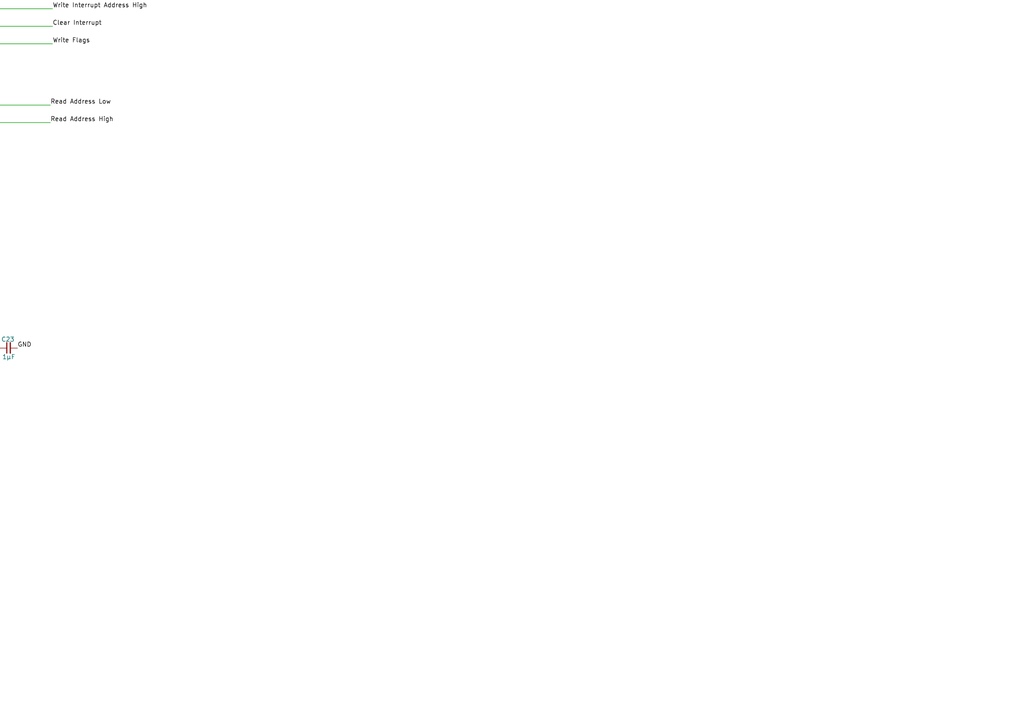
<source format=kicad_sch>
(kicad_sch (version 20230121) (generator eeschema)
  (paper "A4")
  (lib_symbols
    (symbol "Connector_Generic:Conn_02x20_Counter_Clockwise" (pin_names (offset 1.016) hide)
      (property "Reference" "J" (at 1.27 25.4 0))
      (property "Value" "Conn_02x20_Counter_Clockwise" (at 1.27 -27.94 0))
      (symbol "Conn_02x20_Counter_Clockwise_1_1"
        (rectangle (start -1.27 -25.273) (end 0 -25.527) (stroke (width 0.1524)))
        (rectangle (start -1.27 -22.733) (end 0 -22.987) (stroke (width 0.1524)))
        (rectangle (start -1.27 -20.193) (end 0 -20.447) (stroke (width 0.1524)))
        (rectangle (start -1.27 -17.653) (end 0 -17.907) (stroke (width 0.1524)))
        (rectangle (start -1.27 -15.113) (end 0 -15.367) (stroke (width 0.1524)))
        (rectangle (start -1.27 -12.573) (end 0 -12.827) (stroke (width 0.1524)))
        (rectangle (start -1.27 -10.033) (end 0 -10.287) (stroke (width 0.1524)))
        (rectangle (start -1.27 -7.493) (end 0 -7.747) (stroke (width 0.1524)))
        (rectangle (start -1.27 -4.953) (end 0 -5.207) (stroke (width 0.1524)))
        (rectangle (start -1.27 -2.413) (end 0 -2.667) (stroke (width 0.1524)))
        (rectangle (start -1.27 0.127) (end 0 -0.127) (stroke (width 0.1524)))
        (rectangle (start -1.27 2.667) (end 0 2.413) (stroke (width 0.1524)))
        (rectangle (start -1.27 5.207) (end 0 4.953) (stroke (width 0.1524)))
        (rectangle (start -1.27 7.747) (end 0 7.493) (stroke (width 0.1524)))
        (rectangle (start -1.27 10.287) (end 0 10.033) (stroke (width 0.1524)))
        (rectangle (start -1.27 12.827) (end 0 12.573) (stroke (width 0.1524)))
        (rectangle (start -1.27 15.367) (end 0 15.113) (stroke (width 0.1524)))
        (rectangle (start -1.27 17.907) (end 0 17.653) (stroke (width 0.1524)))
        (rectangle (start -1.27 20.447) (end 0 20.193) (stroke (width 0.1524)))
        (rectangle (start -1.27 22.987) (end 0 22.733) (stroke (width 0.1524)))
        (rectangle (start -1.27 24.13) (end 3.81 -26.67) (stroke (width 0.254)) (fill (type background)))
        (rectangle (start 3.81 -25.273) (end 2.54 -25.527) (stroke (width 0.1524)))
        (rectangle (start 3.81 -22.733) (end 2.54 -22.987) (stroke (width 0.1524)))
        (rectangle (start 3.81 -20.193) (end 2.54 -20.447) (stroke (width 0.1524)))
        (rectangle (start 3.81 -17.653) (end 2.54 -17.907) (stroke (width 0.1524)))
        (rectangle (start 3.81 -15.113) (end 2.54 -15.367) (stroke (width 0.1524)))
        (rectangle (start 3.81 -12.573) (end 2.54 -12.827) (stroke (width 0.1524)))
        (rectangle (start 3.81 -10.033) (end 2.54 -10.287) (stroke (width 0.1524)))
        (rectangle (start 3.81 -7.493) (end 2.54 -7.747) (stroke (width 0.1524)))
        (rectangle (start 3.81 -4.953) (end 2.54 -5.207) (stroke (width 0.1524)))
        (rectangle (start 3.81 -2.413) (end 2.54 -2.667) (stroke (width 0.1524)))
        (rectangle (start 3.81 0.127) (end 2.54 -0.127) (stroke (width 0.1524)))
        (rectangle (start 3.81 2.667) (end 2.54 2.413) (stroke (width 0.1524)))
        (rectangle (start 3.81 5.207) (end 2.54 4.953) (stroke (width 0.1524)))
        (rectangle (start 3.81 7.747) (end 2.54 7.493) (stroke (width 0.1524)))
        (rectangle (start 3.81 10.287) (end 2.54 10.033) (stroke (width 0.1524)))
        (rectangle (start 3.81 12.827) (end 2.54 12.573) (stroke (width 0.1524)))
        (rectangle (start 3.81 15.367) (end 2.54 15.113) (stroke (width 0.1524)))
        (rectangle (start 3.81 17.907) (end 2.54 17.653) (stroke (width 0.1524)))
        (rectangle (start 3.81 20.447) (end 2.54 20.193) (stroke (width 0.1524)))
        (rectangle (start 3.81 22.987) (end 2.54 22.733) (stroke (width 0.1524)))
        (pin passive line (at -5.08 22.86 0) (length 3.81) (name "Pin_1") (number "1"))
        (pin passive line (at -5.08 0 0) (length 3.81) (name "Pin_10") (number "10"))
        (pin passive line (at -5.08 -2.54 0) (length 3.81) (name "Pin_11") (number "11"))
        (pin passive line (at -5.08 -5.08 0) (length 3.81) (name "Pin_12") (number "12"))
        (pin passive line (at -5.08 -7.62 0) (length 3.81) (name "Pin_13") (number "13"))
        (pin passive line (at -5.08 -10.16 0) (length 3.81) (name "Pin_14") (number "14"))
        (pin passive line (at -5.08 -12.7 0) (length 3.81) (name "Pin_15") (number "15"))
        (pin passive line (at -5.08 -15.24 0) (length 3.81) (name "Pin_16") (number "16"))
        (pin passive line (at -5.08 -17.78 0) (length 3.81) (name "Pin_17") (number "17"))
        (pin passive line (at -5.08 -20.32 0) (length 3.81) (name "Pin_18") (number "18"))
        (pin passive line (at -5.08 -22.86 0) (length 3.81) (name "Pin_19") (number "19"))
        (pin passive line (at -5.08 20.32 0) (length 3.81) (name "Pin_2") (number "2"))
        (pin passive line (at -5.08 -25.4 0) (length 3.81) (name "Pin_20") (number "20"))
        (pin passive line (at 7.62 -25.4 180) (length 3.81) (name "Pin_21") (number "21"))
        (pin passive line (at 7.62 -22.86 180) (length 3.81) (name "Pin_22") (number "22"))
        (pin passive line (at 7.62 -20.32 180) (length 3.81) (name "Pin_23") (number "23"))
        (pin passive line (at 7.62 -17.78 180) (length 3.81) (name "Pin_24") (number "24"))
        (pin passive line (at 7.62 -15.24 180) (length 3.81) (name "Pin_25") (number "25"))
        (pin passive line (at 7.62 -12.7 180) (length 3.81) (name "Pin_26") (number "26"))
        (pin passive line (at 7.62 -10.16 180) (length 3.81) (name "Pin_27") (number "27"))
        (pin passive line (at 7.62 -7.62 180) (length 3.81) (name "Pin_28") (number "28"))
        (pin passive line (at 7.62 -5.08 180) (length 3.81) (name "Pin_29") (number "29"))
        (pin passive line (at -5.08 17.78 0) (length 3.81) (name "Pin_3") (number "3"))
        (pin passive line (at 7.62 -2.54 180) (length 3.81) (name "Pin_30") (number "30"))
        (pin passive line (at 7.62 0 180) (length 3.81) (name "Pin_31") (number "31"))
        (pin passive line (at 7.62 2.54 180) (length 3.81) (name "Pin_32") (number "32"))
        (pin passive line (at 7.62 5.08 180) (length 3.81) (name "Pin_33") (number "33"))
        (pin passive line (at 7.62 7.62 180) (length 3.81) (name "Pin_34") (number "34"))
        (pin passive line (at 7.62 10.16 180) (length 3.81) (name "Pin_35") (number "35"))
        (pin passive line (at 7.62 12.7 180) (length 3.81) (name "Pin_36") (number "36"))
        (pin passive line (at 7.62 15.24 180) (length 3.81) (name "Pin_37") (number "37"))
        (pin passive line (at 7.62 17.78 180) (length 3.81) (name "Pin_38") (number "38"))
        (pin passive line (at 7.62 20.32 180) (length 3.81) (name "Pin_39") (number "39"))
        (pin passive line (at -5.08 15.24 0) (length 3.81) (name "Pin_4") (number "4"))
        (pin passive line (at 7.62 22.86 180) (length 3.81) (name "Pin_40") (number "40"))
        (pin passive line (at -5.08 12.7 0) (length 3.81) (name "Pin_5") (number "5"))
        (pin passive line (at -5.08 10.16 0) (length 3.81) (name "Pin_6") (number "6"))
        (pin passive line (at -5.08 7.62 0) (length 3.81) (name "Pin_7") (number "7"))
        (pin passive line (at -5.08 5.08 0) (length 3.81) (name "Pin_8") (number "8"))
        (pin passive line (at -5.08 2.54 0) (length 3.81) (name "Pin_9") (number "9"))
      )
    )
    (symbol "HCP65:C_0805" (pin_numbers hide) (pin_names (offset 0.254) hide)
      (property "Reference" "C" (at 2.286 2.54 0))
      (property "Value" "?μF" (at 2.54 -2.54 0))
      (symbol "C_0805_0_1"
        (polyline (pts (xy 1.9685 -1.4605) (xy 1.9685 1.5875)) (stroke (width 0.3048)))
        (polyline (pts (xy 2.9845 -1.4605) (xy 2.9845 1.5875)) (stroke (width 0.3302)))
      )
      (symbol "C_0805_1_1"
        (pin passive line (at 0 0 0) (length 2.032) (name "~") (number "1"))
        (pin passive line (at 5.08 0 180) (length 2.032) (name "~") (number "2"))
      )
    )
    (symbol "Nexperia:74LVC02APW,118" (pin_names (offset 0.762))
      (property "Reference" "IC" (at 12.7 6.35 0))
      (property "Value" "74LVC02APW,118" (at 12.7 4.445 0))
      (property "Description" "2-Input NOR gate" (at 12.7 -23.495 0))
      (symbol "74LVC02APW,118_0_0"
        (pin input line (at 0 0 0) (length 5.08) (name "1A") (number "1"))
        (pin input line (at 0 -12.7 0) (length 5.08) (name "3B") (number "10"))
        (pin output inverted (at 25.4 -16.51 180) (length 5.08) (name "4Y") (number "11"))
        (pin input line (at 0 -15.24 0) (length 5.08) (name "4A") (number "12"))
        (pin input line (at 0 -17.78 0) (length 5.08) (name "4B") (number "13"))
        (pin passive line (at 25.4 1.27 180) (length 5.08) hide (name "3V") (number "14"))
        (pin input line (at 0 -2.54 0) (length 5.08) (name "1B") (number "2"))
        (pin output inverted (at 25.4 -1.27 180) (length 5.08) (name "1Y") (number "3"))
        (pin input line (at 0 -5.08 0) (length 5.08) (name "2A") (number "4"))
        (pin input line (at 0 -7.62 0) (length 5.08) (name "2B") (number "5"))
        (pin output inverted (at 25.4 -6.35 180) (length 5.08) (name "2Y") (number "6"))
        (pin passive line (at 0 -20.32 0) (length 5.08) hide (name "GND") (number "7"))
        (pin output inverted (at 25.4 -11.43 180) (length 5.08) (name "3Y") (number "8"))
        (pin input line (at 0 -10.16 0) (length 5.08) (name "3A") (number "9"))
      )
      (symbol "74LVC02APW,118_0_1"
        (polyline (pts (xy 8.802 -17.78) (xy 10.0719 -17.78)))
        (polyline (pts (xy 8.802 -15.24) (xy 10.0719 -15.24)))
        (polyline (pts (xy 8.802 -12.7) (xy 10.0719 -12.7)))
        (polyline (pts (xy 8.802 -10.16) (xy 10.0719 -10.16)))
        (polyline (pts (xy 8.802 -7.62) (xy 10.0719 -7.62)))
        (polyline (pts (xy 8.802 -5.08) (xy 10.0719 -5.08)))
        (polyline (pts (xy 8.802 -2.54) (xy 10.0719 -2.54)))
        (polyline (pts (xy 8.802 0) (xy 10.0719 0)))
        (polyline (pts (xy 11.977 -18.415) (xy 9.437 -18.415)) (stroke (width 0.254)) (fill (type background)))
        (polyline (pts (xy 11.977 -14.605) (xy 9.437 -14.605)) (stroke (width 0.254)) (fill (type background)))
        (polyline (pts (xy 11.977 -13.335) (xy 9.437 -13.335)) (stroke (width 0.254)) (fill (type background)))
        (polyline (pts (xy 11.977 -9.525) (xy 9.437 -9.525)) (stroke (width 0.254)) (fill (type background)))
        (polyline (pts (xy 11.977 -8.255) (xy 9.437 -8.255)) (stroke (width 0.254)) (fill (type background)))
        (polyline (pts (xy 11.977 -4.445) (xy 9.437 -4.445)) (stroke (width 0.254)) (fill (type background)))
        (polyline (pts (xy 11.977 -3.175) (xy 9.437 -3.175)) (stroke (width 0.254)) (fill (type background)))
        (polyline (pts (xy 11.977 0.635) (xy 9.437 0.635)) (stroke (width 0.254)) (fill (type background)))
        (polyline (pts (xy 15.875 -16.51) (xy 17.057 -16.51)))
        (polyline (pts (xy 15.875 -11.43) (xy 17.057 -11.43)))
        (polyline (pts (xy 15.875 -6.35) (xy 17.057 -6.35)))
        (polyline (pts (xy 15.875 -1.27) (xy 17.057 -1.27)))
        (polyline (pts (xy 5.08 3.175) (xy 20.32 3.175) (xy 20.32 -22.225) (xy 5.08 -22.225) (xy 5.08 3.175)) (stroke (width 0.1524)) (fill (type background)))
        (arc (start 9.437 -18.415) (mid 10.4969 -16.51) (end 9.437 -14.605) (stroke (width 0.254)))
        (arc (start 9.437 -13.335) (mid 10.4969 -11.43) (end 9.437 -9.525) (stroke (width 0.254)))
        (arc (start 9.437 -8.255) (mid 10.4969 -6.35) (end 9.437 -4.445) (stroke (width 0.254)))
        (arc (start 9.437 -3.175) (mid 10.4969 -1.27) (end 9.437 0.635) (stroke (width 0.254)))
        (arc (start 11.977 -18.415) (mid 13.5751 -17.9001) (end 14.517 -16.51) (stroke (width 0.254)))
        (arc (start 11.977 -13.335) (mid 13.5751 -12.8201) (end 14.517 -11.43) (stroke (width 0.254)))
        (arc (start 11.977 -8.255) (mid 13.5751 -7.7401) (end 14.517 -6.35) (stroke (width 0.254)))
        (arc (start 11.977 -3.175) (mid 13.5753 -2.6602) (end 14.517 -1.27) (stroke (width 0.254)))
        (arc (start 14.517 -16.51) (mid 13.5761 -15.1187) (end 11.977 -14.605) (stroke (width 0.254)))
        (arc (start 14.517 -11.43) (mid 13.5761 -10.0387) (end 11.977 -9.525) (stroke (width 0.254)))
        (arc (start 14.517 -6.35) (mid 13.5761 -4.9587) (end 11.977 -4.445) (stroke (width 0.254)))
        (arc (start 14.517 -1.27) (mid 13.5761 0.1213) (end 11.977 0.635) (stroke (width 0.254)))
        (circle (center 15.24 -16.51) (radius 0.508) (stroke (width 0.254)))
        (circle (center 15.24 -11.43) (radius 0.508) (stroke (width 0.254)))
        (circle (center 15.24 -6.35) (radius 0.508) (stroke (width 0.254)))
        (circle (center 15.24 -1.27) (radius 0.508) (stroke (width 0.254)))
      )
    )
    (symbol "Nexperia:74LVC138APW-Q100J" (pin_names (offset 0.762))
      (property "Reference" "IC" (at 12.7 3.175 0))
      (property "Value" "74LVC138APW-Q100J" (at 12.7 1.27 0))
      (property "Description" "3-to-8 decoder" (at 13.335 -25.4 0))
      (symbol "74LVC138APW-Q100J_0_0"
        (pin input line (at 0 -17.145 0) (length 5.08) (name "A0") (number "1"))
        (pin output line (at 25.4 -17.145 180) (length 5.08) (name "~{Y5}") (number "10"))
        (pin output line (at 25.4 -14.605 180) (length 5.08) (name "~{Y4}") (number "11"))
        (pin output line (at 25.4 -12.065 180) (length 5.08) (name "~{Y3}") (number "12"))
        (pin output line (at 25.4 -9.525 180) (length 5.08) (name "~{Y2}") (number "13"))
        (pin output line (at 25.4 -6.985 180) (length 5.08) (name "~{Y1}") (number "14"))
        (pin output line (at 25.4 -4.445 180) (length 5.08) (name "~{Y0}") (number "15"))
        (pin passive line (at 25.4 -1.905 180) (length 5.08) hide (name "3V") (number "16"))
        (pin input line (at 0 -14.605 0) (length 5.08) (name "A1") (number "2"))
        (pin input line (at 0 -12.065 0) (length 5.08) (name "A2") (number "3"))
        (pin input line (at 0 -1.905 0) (length 5.08) (name "~{E1}") (number "4"))
        (pin input line (at 0 -4.445 0) (length 5.08) (name "~{E2}") (number "5"))
        (pin input line (at 0 -6.985 0) (length 5.08) (name "E3") (number "6"))
        (pin output line (at 25.4 -22.225 180) (length 5.08) (name "~{Y7}") (number "7"))
        (pin passive line (at 0 -22.225 0) (length 5.08) hide (name "GND") (number "8"))
        (pin output line (at 25.4 -19.685 180) (length 5.08) (name "~{Y6}") (number "9"))
      )
      (symbol "74LVC138APW-Q100J_0_1"
        (polyline (pts (xy 5.08 0) (xy 20.32 0) (xy 20.32 -24.13) (xy 5.08 -24.13) (xy 5.08 0)) (stroke (width 0.1524)) (fill (type background)))
      )
    )
    (symbol "Nexperia:74LVC2G32DP,125_Multi" (pin_names (offset 0.762))
      (property "Reference" "IC" (at 12.7 6.35 0))
      (property "Value" "74LVC2G32DP,125" (at 12.7 4.445 0))
      (property "Description" "2-input OR gate" (at 12.7 -8.255 0))
      (symbol "74LVC2G32DP,125_Multi_0_0"
        (pin passive line (at 0 -5.08 0) (length 5.08) hide (name "GND") (number "4"))
        (pin passive line (at 25.4 1.27 180) (length 5.08) hide (name "VCC") (number "8"))
      )
      (symbol "74LVC2G32DP,125_Multi_0_1"
        (polyline (pts (xy 8.802 -2.54) (xy 10.0719 -2.54)))
        (polyline (pts (xy 8.802 0) (xy 10.0719 0)))
        (polyline (pts (xy 11.977 -3.175) (xy 9.437 -3.175)) (stroke (width 0.254)) (fill (type background)))
        (polyline (pts (xy 11.977 0.635) (xy 9.437 0.635)) (stroke (width 0.254)) (fill (type background)))
        (polyline (pts (xy 14.605 -1.27) (xy 16.51 -1.27)))
        (polyline (pts (xy 5.08 3.175) (xy 20.32 3.175) (xy 20.32 -6.985) (xy 5.08 -6.985) (xy 5.08 3.175)) (stroke (width 0.1524)) (fill (type background)))
        (arc (start 9.437 -3.175) (mid 10.4969 -1.27) (end 9.437 0.635) (stroke (width 0.254)))
        (arc (start 11.977 -3.175) (mid 13.5751 -2.6601) (end 14.517 -1.27) (stroke (width 0.254)))
        (arc (start 14.517 -1.27) (mid 13.5761 0.1213) (end 11.977 0.635) (stroke (width 0.254)))
      )
      (symbol "74LVC2G32DP,125_Multi_1_0"
        (pin input line (at 0 0 0) (length 5.08) (name "1A") (number "1"))
        (pin input line (at 0 -2.54 0) (length 5.08) (name "1B") (number "2"))
        (pin output line (at 25.4 -1.27 180) (length 5.08) (name "1Y") (number "7"))
      )
      (symbol "74LVC2G32DP,125_Multi_2_0"
        (pin output line (at 25.4 -1.27 180) (length 5.08) (name "2Y") (number "3"))
        (pin input line (at 0 0 0) (length 5.08) (name "2A") (number "5"))
        (pin input line (at 0 -2.54 0) (length 5.08) (name "2B") (number "6"))
      )
    )
  )
  (no_connect (at -58.42 -65.405))
  (no_connect (at -58.42 40.64))
  (no_connect (at -58.42 -55.245))
  (no_connect (at -58.42 45.72))
  (no_connect (at -58.42 -62.865))
  (no_connect (at -58.42 -60.325))
  (no_connect (at -58.42 -57.785))
  (wire (pts (xy 15.24 -35.56) (xy -58.42 -35.56)))
  (wire (pts (xy 15.24 7.62) (xy -58.42 7.62)))
  (wire (pts (xy 15.24 -25.4) (xy -58.42 -25.4)))
  (wire (pts (xy 14.605 35.56) (xy -58.42 35.56)))
  (wire (pts (xy 15.24 12.7) (xy -58.42 12.7)))
  (wire (pts (xy 14.605 30.48) (xy -58.42 30.48)))
  (wire (pts (xy 15.24 -20.32) (xy -58.42 -20.32)))
  (wire (pts (xy -106.68 -111.76) (xy -89.535 -111.76)))
  (wire (pts (xy 15.24 -30.48) (xy -58.42 -30.48)))
  (wire (pts (xy 15.24 -52.705) (xy -58.42 -52.705)))
  (wire (pts (xy 15.24 2.54) (xy -58.42 2.54)))
  (wire (pts (xy -89.535 -111.76) (xy -89.535 -104.775)))
  (wire (pts (xy -89.535 -104.775) (xy -83.82 -104.775)))
  (wire (pts (xy 15.24 -2.54) (xy -58.42 -2.54)))
  (text "Device Select" (at -147.32 -136.525 0) (effects (font (size 2.54 2.54) (thickness 0.508) bold) (justify left bottom)))
  (label "Read Address High" (at -136.525 90.805 0))
  (label "Write Start Address High" (at 15.24 -30.48 0))
  (label "A0" (at -149.225 85.725 180))
  (label "Write End Address High" (at 15.24 -20.32 0))
  (label "GND" (at -83.82 49.53 180))
  (label "Reset Disable ~{CS}" (at -136.525 60.325 0))
  (label "3.3V" (at -47.625 100.965 180))
  (label "GND" (at -42.545 100.965 0))
  (label "Read Address Low" (at 14.605 30.48 0))
  (label "Read Address High ~{CS}" (at -58.42 -67.945 0))
  (label "GND" (at -10.795 100.965 0))
  (label "~{WD}" (at -83.82 -29.21 180))
  (label "3.3V" (at -79.375 100.965 180))
  (label "GND" (at -83.82 -84.455 180))
  (label "Write End Address Low ~{CS}" (at -58.42 -97.155 0))
  (label "Read Address Low ~{CS}" (at -58.42 -70.485 0))
  (label "Write Interrupt Address High" (at 15.24 2.54 0))
  (label "~{WD}" (at -83.82 -19.05 180))
  (label "Write Flags ~{CS}" (at -83.82 11.43 180))
  (label "3.3V" (at -31.75 100.965 180))
  (label "Write End Address Low ~{CS}" (at -83.82 -26.67 180))
  (label "Write Interrupt Address Low ~{CS}" (at -58.42 -92.075 0))
  (label "Write Interrupt Address Low ~{CS}" (at -83.82 -3.81 180))
  (label "Clear Interrupt" (at -136.525 83.185 0))
  (label "Clear Interrupt ~{CS}" (at -58.42 -86.995 0))
  (label "Write Start Address Low ~{CS}" (at -83.82 -36.83 180))
  (label "Reset Disable ~{CS}" (at 15.24 -52.705 0))
  (label "~{WD}" (at -83.82 -34.29 180))
  (label "Device ~{CS}" (at -149.225 70.485 180))
  (label "Write End Address Low" (at 15.24 -25.4 0))
  (label "Write Flags" (at -136.525 85.725 0))
  (label "~{WD}" (at -83.82 41.91 180))
  (label "GND" (at -149.225 67.945 180))
  (label "Write Start Address Low" (at 15.24 -35.56 0))
  (label "Write Interrupt Address High ~{CS}" (at -83.82 1.27 180))
  (label "GND" (at -83.82 16.51 180))
  (label "Write End Address High ~{CS}" (at -83.82 -21.59 180))
  (label "3.3V" (at -15.875 100.965 180))
  (label "3.3V" (at -58.42 27.94 0))
  (label "GND" (at -83.82 -16.51 180))
  (label "Write Interrupt Address Low" (at -136.525 78.105 0))
  (label "Write End Address Low" (at -136.525 73.025 0))
  (label "GND" (at -136.525 88.265 0))
  (label "GND" (at -132.08 -107.95 180))
  (label "Clear Interrupt ~{CS}" (at -83.82 6.35 180))
  (label "A16" (at -132.08 -110.49 180))
  (label "Device ~{CS}" (at -132.08 -113.03 180))
  (label "3.3V" (at -106.68 -114.3 0))
  (label "Write Interrupt Address Low" (at 15.24 -2.54 0))
  (label "Clear Interrupt" (at 15.24 7.62 0))
  (label "3.3V" (at -83.82 -99.695 180))
  (label "GND" (at -83.82 -70.485 180))
  (label "3.3V" (at -58.42 -104.775 0))
  (label "GND" (at -83.82 -52.705 180))
  (label "A0" (at -83.82 -57.785 180))
  (label "GND" (at -74.295 100.965 0))
  (label "3.3V" (at -83.82 39.37 180))
  (label "Write Interrupt Address High" (at -136.525 80.645 0))
  (label "Write Start Address High ~{CS}" (at -58.42 -99.695 0))
  (label "A3" (at -83.82 -102.235 180))
  (label "5V" (at -136.525 95.885 0))
  (label "A0" (at -83.82 -89.535 180))
  (label "GND" (at 5.08 100.965 0))
  (label "A1" (at -83.82 -92.075 180))
  (label "Read Address High" (at 14.605 35.56 0))
  (label "Write Flags ~{CS}" (at -58.42 -84.455 0))
  (label "Write Start Address High" (at -136.525 70.485 0))
  (label "~{WD}" (at -83.82 -24.13 180))
  (label "~{WD}" (at -83.82 3.81 180))
  (label "Read Address Low ~{CS}" (at -83.82 31.75 180))
  (label "A2" (at -83.82 -94.615 180))
  (label "Write Start Address Low" (at -136.525 65.405 0))
  (label "A3" (at -149.225 78.105 180))
  (label "Write Start Address Low ~{CS}" (at -58.42 -102.235 0))
  (label "Config ~{CS}" (at -83.82 -73.025 180))
  (label "3.3V" (at 0 100.965 180))
  (label "GND" (at -26.67 100.965 0))
  (label "~{WD}" (at -83.82 -1.27 180))
  (label "3.3V" (at -83.82 44.45 180))
  (label "Read Address Low" (at -136.525 93.345 0))
  (label "~{RD}" (at -83.82 29.21 180))
  (label "~{WD}" (at -83.82 13.97 180))
  (label "Write Flags" (at 15.24 12.7 0))
  (label "3.3V" (at -58.42 -73.025 0))
  (label "~{RD}" (at -83.82 34.29 180))
  (label "A3" (at -83.82 -67.945 180))
  (label "GND" (at -149.225 88.265 180))
  (label "Write Start Address High ~{CS}" (at -83.82 -31.75 180))
  (label "3.3V" (at -58.42 -38.1 0))
  (label "GND" (at -58.42 100.965 0))
  (label "3.3V" (at -58.42 -5.08 0))
  (label "~{WD}" (at -83.82 46.99 180))
  (label "GND" (at -136.525 67.945 0))
  (label "A2" (at -83.82 -62.865 180))
  (label "5V" (at -149.225 57.785 180))
  (label "Write End Address High" (at -136.525 75.565 0))
  (label "Config ~{CS}" (at -106.68 -111.76 0))
  (label "A2" (at -149.225 80.645 180))
  (label "Read Address High ~{CS}" (at -83.82 36.83 180))
  (label "3.3V" (at -63.5 100.965 180))
  (label "Write End Address High ~{CS}" (at -58.42 -94.615 0))
  (label "A16" (at -149.225 73.025 180))
  (label "A1" (at -149.225 83.185 180))
  (label "~{WD}" (at -83.82 8.89 180))
  (label "A1" (at -83.82 -60.325 180))
  (label "Write Interrupt Address High ~{CS}" (at -58.42 -89.535 0))
  (symbol (lib_id "HCP65:C_0805") (at -31.75 100.965 0) (unit 1)
    (property "Reference" "C23" (at -29.464 98.425 0))
    (property "Value" "1μF" (at -29.21 103.505 0))
    (property "Footprint" "SamacSys_Parts:C_0805" (effects hide))
    (instances (project "Pico Sound" (path "" (reference "C23") (unit 1))) (project "Video Timer" (path "" (reference "C?") (unit 1)) (path "" (reference "C31") (unit 1)) (path "" (reference "C67") (unit 1))) (project "Sound V2" (path "" (reference "C15") (unit 1)) (path "" (reference "C27") (unit 1))))
  )
  (symbol (lib_id "HCP65:C_0805") (at -47.625 100.965 0) (unit 1)
    (property "Reference" "C23" (at -45.339 98.425 0))
    (property "Value" "1μF" (at -45.085 103.505 0))
    (property "Footprint" "SamacSys_Parts:C_0805" (effects hide))
    (instances (project "Pico Sound" (path "" (reference "C23") (unit 1))) (project "Video Timer" (path "" (reference "C?") (unit 1)) (path "" (reference "C30") (unit 1)) (path "" (reference "C99") (unit 1))) (project "Sound V2" (path "" (reference "C14") (unit 1)) (path "" (reference "C26") (unit 1))))
  )
  (symbol (lib_id "Nexperia:74LVC02APW,118") (at -83.82 29.21 0) (unit 1)
    (property "Reference" "IC7" (at -71.12 22.86 0))
    (property "Value" "74LVC02APW,118" (at -71.12 24.765 0) (effects (font bold)))
    (property "Footprint" "SOP65P640X110-14N" (effects hide))
    (property "Datasheet" "https://assets.nexperia.com/documents/data-sheet/74LVC02A.pdf" (effects hide))
    (property "Description" "2-Input NOR gate" (at -71.12 52.705 0))
    (property "Height" "1.1" (effects hide))
    (property "Mouser Part Number" "771-74LVC02APW-T" (effects hide))
    (property "Mouser Price/Stock" "https://www.mouser.co.uk/ProductDetail/Nexperia/74LVC02APW118?qs=me8TqzrmIYX6VnwIC2vA2w%3D%3D" (effects hide))
    (property "Manufacturer_Name" "Nexperia" (effects hide))
    (property "Manufacturer_Part_Number" "74LVC02APW,118" (effects hide))
    (property "Silkscreen" "74LVC02APW" (effects hide))
    (instances (project "Video Timer" (path "" (reference "IC7") (unit 1)) (path "" (reference "IC103") (unit 1))) (project "Sound V2" (path "" (reference "IC13") (unit 1)) (path "" (reference "IC25") (unit 1))))
  )
  (symbol (lib_id "HCP65:C_0805") (at -79.375 100.965 0) (unit 1)
    (property "Reference" "C23" (at -77.089 98.425 0))
    (property "Value" "1μF" (at -76.835 103.505 0))
    (property "Footprint" "SamacSys_Parts:C_0805" (effects hide))
    (instances (project "Pico Sound" (path "" (reference "C23") (unit 1))) (project "Video Timer" (path "" (reference "C?") (unit 1)) (path "" (reference "C31") (unit 1)) (path "" (reference "C106") (unit 1))) (project "Sound V2" (path "" (reference "C12") (unit 1)) (path "" (reference "C24") (unit 1))))
  )
  (symbol (lib_id "Nexperia:74LVC138APW-Q100J") (at -83.82 -106.68 0) (unit 1)
    (property "Reference" "IC42" (at -71.12 -109.855 0))
    (property "Value" "74LVC138APW-Q100J" (at -71.12 -107.95 0) (effects (font bold)))
    (property "Footprint" "SOP65P640X110-16N" (effects hide))
    (property "Datasheet" "https://assets.nexperia.com/documents/data-sheet/74LVC138A_Q100.pdf" (effects hide))
    (property "Description" "3-to-8 decoder" (at -70.485 -81.28 0))
    (property "Height" "1.1" (effects hide))
    (property "Mouser Part Number" "771-74LVC138APWQ100J" (effects hide))
    (property "Mouser Price/Stock" "https://www.mouser.co.uk/ProductDetail/Nexperia/74LVC138APW-Q100J?qs=fi7yB2oewZnXKE82xo%252BhJQ%3D%3D" (effects hide))
    (property "Manufacturer_Name" "Nexperia" (effects hide))
    (property "Manufacturer_Part_Number" "74LVC138APW-Q100J" (effects hide))
    (property "Silkscreen" "74LVC138APW" (effects hide))
    (instances (project "Video Timer" (path "" (reference "IC42") (unit 1)) (path "" (reference "IC85") (unit 1))) (project "Sound V2" (path "" (reference "IC5") (unit 1)) (path "" (reference "IC21") (unit 1))))
  )
  (symbol (lib_id "HCP65:C_0805") (at -63.5 100.965 0) (unit 1)
    (property "Reference" "C23" (at -61.214 98.425 0))
    (property "Value" "1μF" (at -60.96 103.505 0))
    (property "Footprint" "SamacSys_Parts:C_0805" (effects hide))
    (instances (project "Pico Sound" (path "" (reference "C23") (unit 1))) (project "Video Timer" (path "" (reference "C?") (unit 1)) (path "" (reference "C31") (unit 1)) (path "" (reference "C98") (unit 1))) (project "Sound V2" (path "" (reference "C13") (unit 1)) (path "" (reference "C25") (unit 1))))
  )
  (symbol (lib_id "HCP65:C_0805") (at 0 100.965 0) (unit 1)
    (property "Reference" "C23" (at 2.286 98.425 0))
    (property "Value" "1μF" (at 2.54 103.505 0))
    (property "Footprint" "SamacSys_Parts:C_0805" (effects hide))
    (instances (project "Pico Sound" (path "" (reference "C23") (unit 1))) (project "Video Timer" (path "" (reference "C?") (unit 1)) (path "" (reference "C29") (unit 1)) (path "" (reference "C71") (unit 1))) (project "Sound V2" (path "" (reference "C17") (unit 1)) (path "" (reference "C29") (unit 1))))
  )
  (symbol (lib_id "Nexperia:74LVC02APW,118") (at -83.82 -3.81 0) (unit 1)
    (property "Reference" "IC9" (at -71.12 -10.16 0))
    (property "Value" "74LVC02APW,118" (at -71.12 -8.255 0) (effects (font bold)))
    (property "Footprint" "SOP65P640X110-14N" (effects hide))
    (property "Datasheet" "https://assets.nexperia.com/documents/data-sheet/74LVC02A.pdf" (effects hide))
    (property "Description" "2-Input NOR gate" (at -71.12 19.685 0))
    (property "Height" "1.1" (effects hide))
    (property "Mouser Part Number" "771-74LVC02APW-T" (effects hide))
    (property "Mouser Price/Stock" "https://www.mouser.co.uk/ProductDetail/Nexperia/74LVC02APW118?qs=me8TqzrmIYX6VnwIC2vA2w%3D%3D" (effects hide))
    (property "Manufacturer_Name" "Nexperia" (effects hide))
    (property "Manufacturer_Part_Number" "74LVC02APW,118" (effects hide))
    (property "Silkscreen" "74LVC02APW" (effects hide))
    (instances (project "Video Timer" (path "" (reference "IC9") (unit 1)) (path "" (reference "IC87") (unit 1))) (project "Sound V2" (path "" (reference "IC12") (unit 1)) (path "" (reference "IC24") (unit 1))))
  )
  (symbol (lib_id "Nexperia:74LVC2G32DP,125_Multi") (at -132.08 -113.03 0) (unit 2)
    (property "Reference" "IC3" (at -119.38 -119.38 0))
    (property "Value" "74LVC2G32DP,125" (at -119.38 -117.475 0) (effects (font bold)))
    (property "Footprint" "SOP65P400X110-8N" (effects hide))
    (property "Datasheet" "https://assets.nexperia.com/documents/data-sheet/74LVC2G32.pdf" (effects hide))
    (property "Description" "2-input OR gate" (at -119.38 -104.775 0))
    (property "Height" "1.1" (effects hide))
    (property "Manufacturer_Name" "Nexperia" (effects hide))
    (property "Manufacturer_Part_Number" "74LVC2G32DP,125" (effects hide))
    (property "Mouser Part Number" "771-LVC2G32DP125" (effects hide))
    (property "Mouser Price/Stock" "https://www.mouser.co.uk/ProductDetail/Nexperia/74LVC2G32DP125?qs=me8TqzrmIYW%2FQ9dGbQTEYg%3D%3D" (effects hide))
    (property "Silkscreen" "'2G32" (effects hide))
    (instances (project "Sound V2" (path "" (reference "IC3") (unit 2)) (path "" (reference "IC20") (unit 2))))
  )
  (symbol (lib_id "HCP65:C_0805") (at -15.875 100.965 0) (unit 1)
    (property "Reference" "C23" (at -13.589 98.425 0))
    (property "Value" "1μF" (at -13.335 103.505 0))
    (property "Footprint" "SamacSys_Parts:C_0805" (effects hide))
    (instances (project "Pico Sound" (path "" (reference "C23") (unit 1))) (project "Video Timer" (path "" (reference "C?") (unit 1)) (path "" (reference "C30") (unit 1)) (path "" (reference "C68") (unit 1))) (project "Sound V2" (path "" (reference "C16") (unit 1)) (path "" (reference "C28") (unit 1))))
  )
  (symbol (lib_id "Nexperia:74LVC02APW,118") (at -83.82 -36.83 0) (unit 1)
    (property "Reference" "IC7" (at -71.12 -43.18 0))
    (property "Value" "74LVC02APW,118" (at -71.12 -41.275 0) (effects (font bold)))
    (property "Footprint" "SOP65P640X110-14N" (effects hide))
    (property "Datasheet" "https://assets.nexperia.com/documents/data-sheet/74LVC02A.pdf" (effects hide))
    (property "Description" "2-Input NOR gate" (at -71.12 -13.335 0))
    (property "Height" "1.1" (effects hide))
    (property "Mouser Part Number" "771-74LVC02APW-T" (effects hide))
    (property "Mouser Price/Stock" "https://www.mouser.co.uk/ProductDetail/Nexperia/74LVC02APW118?qs=me8TqzrmIYX6VnwIC2vA2w%3D%3D" (effects hide))
    (property "Manufacturer_Name" "Nexperia" (effects hide))
    (property "Manufacturer_Part_Number" "74LVC02APW,118" (effects hide))
    (property "Silkscreen" "74LVC02APW" (effects hide))
    (instances (project "Video Timer" (path "" (reference "IC7") (unit 1)) (path "" (reference "IC86") (unit 1))) (project "Sound V2" (path "" (reference "IC11") (unit 1)) (path "" (reference "IC23") (unit 1))))
  )
  (symbol (lib_id "Nexperia:74LVC138APW-Q100J") (at -83.82 -74.93 0) (unit 1)
    (property "Reference" "IC42" (at -71.12 -78.105 0))
    (property "Value" "74LVC138APW-Q100J" (at -71.12 -76.2 0) (effects (font bold)))
    (property "Footprint" "SOP65P640X110-16N" (effects hide))
    (property "Datasheet" "https://assets.nexperia.com/documents/data-sheet/74LVC138A_Q100.pdf" (effects hide))
    (property "Description" "3-to-8 decoder" (at -70.485 -49.53 0))
    (property "Height" "1.1" (effects hide))
    (property "Mouser Part Number" "771-74LVC138APWQ100J" (effects hide))
    (property "Mouser Price/Stock" "https://www.mouser.co.uk/ProductDetail/Nexperia/74LVC138APW-Q100J?qs=fi7yB2oewZnXKE82xo%252BhJQ%3D%3D" (effects hide))
    (property "Manufacturer_Name" "Nexperia" (effects hide))
    (property "Manufacturer_Part_Number" "74LVC138APW-Q100J" (effects hide))
    (property "Silkscreen" "74LVC138APW" (effects hide))
    (instances (project "Video Timer" (path "" (reference "IC42") (unit 1)) (path "" (reference "IC92") (unit 1))) (project "Sound V2" (path "" (reference "IC6") (unit 1)) (path "" (reference "IC22") (unit 1))))
  )
  (symbol (lib_id "Connector_Generic:Conn_02x20_Counter_Clockwise") (at -144.145 75.565 0) (unit 1)
    (property "Reference" "J1" (at -142.875 50.165 0))
    (property "Value" "Conn_02x20_Counter_Clockwise" (at -142.875 103.505 0))
    (property "Footprint" "SamacSys_Parts:DIP-40_Board_W15.24mm" (effects hide))
    (instances (project "Selector 12bit" (path "" (reference "J1") (unit 1))) (project "Sound V2" (path "" (reference "J3") (unit 1)) (path "" (reference "J4") (unit 1))))
  )
)
</source>
